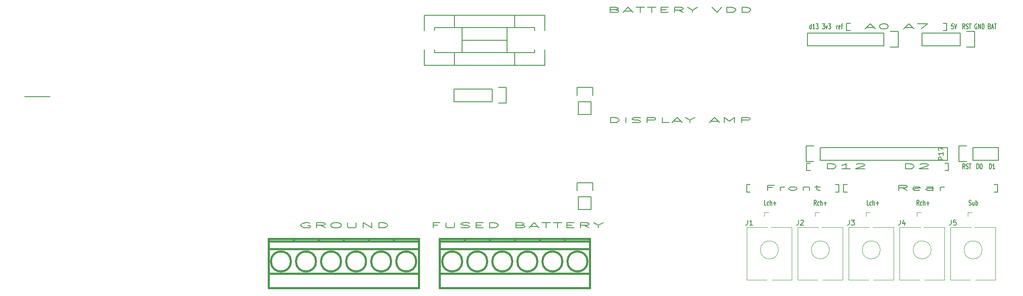
<source format=gto>
G04 #@! TF.GenerationSoftware,KiCad,Pcbnew,5.0.0-rc2*
G04 #@! TF.CreationDate,2019-08-13T00:47:33-04:00*
G04 #@! TF.ProjectId,pcb,7063622E6B696361645F706362000000,rev?*
G04 #@! TF.SameCoordinates,Original*
G04 #@! TF.FileFunction,Legend,Top*
G04 #@! TF.FilePolarity,Positive*
%FSLAX46Y46*%
G04 Gerber Fmt 4.6, Leading zero omitted, Abs format (unit mm)*
G04 Created by KiCad (PCBNEW 5.0.0-rc2) date Tue Aug 13 00:47:33 2019*
%MOMM*%
%LPD*%
G01*
G04 APERTURE LIST*
%ADD10C,0.152400*%
%ADD11C,0.120000*%
%ADD12C,0.150000*%
%ADD13C,0.381000*%
G04 APERTURE END LIST*
D10*
X203666666Y-69911238D02*
X203766666Y-69959619D01*
X203933333Y-69959619D01*
X204000000Y-69911238D01*
X204033333Y-69862857D01*
X204066666Y-69766095D01*
X204066666Y-69669333D01*
X204033333Y-69572571D01*
X204000000Y-69524190D01*
X203933333Y-69475809D01*
X203800000Y-69427428D01*
X203733333Y-69379047D01*
X203700000Y-69330666D01*
X203666666Y-69233904D01*
X203666666Y-69137142D01*
X203700000Y-69040380D01*
X203733333Y-68992000D01*
X203800000Y-68943619D01*
X203966666Y-68943619D01*
X204066666Y-68992000D01*
X204666666Y-69282285D02*
X204666666Y-69959619D01*
X204366666Y-69282285D02*
X204366666Y-69814476D01*
X204400000Y-69911238D01*
X204466666Y-69959619D01*
X204566666Y-69959619D01*
X204633333Y-69911238D01*
X204666666Y-69862857D01*
X205000000Y-69959619D02*
X205000000Y-68943619D01*
X205000000Y-69330666D02*
X205066666Y-69282285D01*
X205200000Y-69282285D01*
X205266666Y-69330666D01*
X205300000Y-69379047D01*
X205333333Y-69475809D01*
X205333333Y-69766095D01*
X205300000Y-69862857D01*
X205266666Y-69911238D01*
X205200000Y-69959619D01*
X205066666Y-69959619D01*
X205000000Y-69911238D01*
X193666666Y-69959619D02*
X193433333Y-69475809D01*
X193266666Y-69959619D02*
X193266666Y-68943619D01*
X193533333Y-68943619D01*
X193599999Y-68992000D01*
X193633333Y-69040380D01*
X193666666Y-69137142D01*
X193666666Y-69282285D01*
X193633333Y-69379047D01*
X193599999Y-69427428D01*
X193533333Y-69475809D01*
X193266666Y-69475809D01*
X194266666Y-69911238D02*
X194200000Y-69959619D01*
X194066666Y-69959619D01*
X194000000Y-69911238D01*
X193966666Y-69862857D01*
X193933333Y-69766095D01*
X193933333Y-69475809D01*
X193966666Y-69379047D01*
X194000000Y-69330666D01*
X194066666Y-69282285D01*
X194200000Y-69282285D01*
X194266666Y-69330666D01*
X194566666Y-69959619D02*
X194566666Y-68943619D01*
X194866666Y-69959619D02*
X194866666Y-69427428D01*
X194833333Y-69330666D01*
X194766666Y-69282285D01*
X194666666Y-69282285D01*
X194600000Y-69330666D01*
X194566666Y-69379047D01*
X195200000Y-69572571D02*
X195733333Y-69572571D01*
X195466666Y-69959619D02*
X195466666Y-69185523D01*
X173166666Y-69959619D02*
X172933333Y-69475809D01*
X172766666Y-69959619D02*
X172766666Y-68943619D01*
X173033333Y-68943619D01*
X173099999Y-68992000D01*
X173133333Y-69040380D01*
X173166666Y-69137142D01*
X173166666Y-69282285D01*
X173133333Y-69379047D01*
X173099999Y-69427428D01*
X173033333Y-69475809D01*
X172766666Y-69475809D01*
X173766666Y-69911238D02*
X173700000Y-69959619D01*
X173566666Y-69959619D01*
X173500000Y-69911238D01*
X173466666Y-69862857D01*
X173433333Y-69766095D01*
X173433333Y-69475809D01*
X173466666Y-69379047D01*
X173500000Y-69330666D01*
X173566666Y-69282285D01*
X173700000Y-69282285D01*
X173766666Y-69330666D01*
X174066666Y-69959619D02*
X174066666Y-68943619D01*
X174366666Y-69959619D02*
X174366666Y-69427428D01*
X174333333Y-69330666D01*
X174266666Y-69282285D01*
X174166666Y-69282285D01*
X174100000Y-69330666D01*
X174066666Y-69379047D01*
X174700000Y-69572571D02*
X175233333Y-69572571D01*
X174966666Y-69959619D02*
X174966666Y-69185523D01*
X183666666Y-69959619D02*
X183333333Y-69959619D01*
X183333333Y-68943619D01*
X184199999Y-69911238D02*
X184133333Y-69959619D01*
X183999999Y-69959619D01*
X183933333Y-69911238D01*
X183899999Y-69862857D01*
X183866666Y-69766095D01*
X183866666Y-69475809D01*
X183899999Y-69379047D01*
X183933333Y-69330666D01*
X183999999Y-69282285D01*
X184133333Y-69282285D01*
X184199999Y-69330666D01*
X184499999Y-69959619D02*
X184499999Y-68943619D01*
X184799999Y-69959619D02*
X184799999Y-69427428D01*
X184766666Y-69330666D01*
X184699999Y-69282285D01*
X184599999Y-69282285D01*
X184533333Y-69330666D01*
X184499999Y-69379047D01*
X185133333Y-69572571D02*
X185666666Y-69572571D01*
X185399999Y-69959619D02*
X185399999Y-69185523D01*
X163166666Y-69959619D02*
X162833333Y-69959619D01*
X162833333Y-68943619D01*
X163699999Y-69911238D02*
X163633333Y-69959619D01*
X163499999Y-69959619D01*
X163433333Y-69911238D01*
X163399999Y-69862857D01*
X163366666Y-69766095D01*
X163366666Y-69475809D01*
X163399999Y-69379047D01*
X163433333Y-69330666D01*
X163499999Y-69282285D01*
X163633333Y-69282285D01*
X163699999Y-69330666D01*
X163999999Y-69959619D02*
X163999999Y-68943619D01*
X164299999Y-69959619D02*
X164299999Y-69427428D01*
X164266666Y-69330666D01*
X164199999Y-69282285D01*
X164099999Y-69282285D01*
X164033333Y-69330666D01*
X163999999Y-69379047D01*
X164633333Y-69572571D02*
X165166666Y-69572571D01*
X164899999Y-69959619D02*
X164899999Y-69185523D01*
X179357142Y-67298285D02*
X178642857Y-67298285D01*
X178642857Y-65846857D01*
X179357142Y-65846857D01*
X191357142Y-66959619D02*
X190357142Y-66475809D01*
X189642857Y-66959619D02*
X189642857Y-65943619D01*
X190785714Y-65943619D01*
X191071428Y-65992000D01*
X191214285Y-66040380D01*
X191357142Y-66137142D01*
X191357142Y-66282285D01*
X191214285Y-66379047D01*
X191071428Y-66427428D01*
X190785714Y-66475809D01*
X189642857Y-66475809D01*
X193785714Y-66911238D02*
X193500000Y-66959619D01*
X192928571Y-66959619D01*
X192642857Y-66911238D01*
X192500000Y-66814476D01*
X192500000Y-66427428D01*
X192642857Y-66330666D01*
X192928571Y-66282285D01*
X193500000Y-66282285D01*
X193785714Y-66330666D01*
X193928571Y-66427428D01*
X193928571Y-66524190D01*
X192500000Y-66620952D01*
X196500000Y-66959619D02*
X196500000Y-66427428D01*
X196357142Y-66330666D01*
X196071428Y-66282285D01*
X195500000Y-66282285D01*
X195214285Y-66330666D01*
X196500000Y-66911238D02*
X196214285Y-66959619D01*
X195500000Y-66959619D01*
X195214285Y-66911238D01*
X195071428Y-66814476D01*
X195071428Y-66717714D01*
X195214285Y-66620952D01*
X195500000Y-66572571D01*
X196214285Y-66572571D01*
X196500000Y-66524190D01*
X197928571Y-66959619D02*
X197928571Y-66282285D01*
X197928571Y-66475809D02*
X198071428Y-66379047D01*
X198214285Y-66330666D01*
X198500000Y-66282285D01*
X198785714Y-66282285D01*
X208642857Y-67298285D02*
X209357142Y-67298285D01*
X209357142Y-65846857D01*
X208642857Y-65846857D01*
X160000000Y-67298285D02*
X159285714Y-67298285D01*
X159285714Y-65846857D01*
X160000000Y-65846857D01*
X164428571Y-66427428D02*
X163428571Y-66427428D01*
X163428571Y-66959619D02*
X163428571Y-65943619D01*
X164857142Y-65943619D01*
X166000000Y-66959619D02*
X166000000Y-66282285D01*
X166000000Y-66475809D02*
X166142857Y-66379047D01*
X166285714Y-66330666D01*
X166571428Y-66282285D01*
X166857142Y-66282285D01*
X168285714Y-66959619D02*
X168000000Y-66911238D01*
X167857142Y-66862857D01*
X167714285Y-66766095D01*
X167714285Y-66475809D01*
X167857142Y-66379047D01*
X168000000Y-66330666D01*
X168285714Y-66282285D01*
X168714285Y-66282285D01*
X169000000Y-66330666D01*
X169142857Y-66379047D01*
X169285714Y-66475809D01*
X169285714Y-66766095D01*
X169142857Y-66862857D01*
X169000000Y-66911238D01*
X168714285Y-66959619D01*
X168285714Y-66959619D01*
X170571428Y-66282285D02*
X170571428Y-66959619D01*
X170571428Y-66379047D02*
X170714285Y-66330666D01*
X171000000Y-66282285D01*
X171428571Y-66282285D01*
X171714285Y-66330666D01*
X171857142Y-66427428D01*
X171857142Y-66959619D01*
X172857142Y-66282285D02*
X174000000Y-66282285D01*
X173285714Y-65943619D02*
X173285714Y-66814476D01*
X173428571Y-66911238D01*
X173714285Y-66959619D01*
X174000000Y-66959619D01*
X177000000Y-67298285D02*
X177714285Y-67298285D01*
X177714285Y-65846857D01*
X177000000Y-65846857D01*
X132142857Y-53459619D02*
X132142857Y-52443619D01*
X132857142Y-52443619D01*
X133285714Y-52492000D01*
X133571428Y-52588761D01*
X133714285Y-52685523D01*
X133857142Y-52879047D01*
X133857142Y-53024190D01*
X133714285Y-53217714D01*
X133571428Y-53314476D01*
X133285714Y-53411238D01*
X132857142Y-53459619D01*
X132142857Y-53459619D01*
X135142857Y-53459619D02*
X135142857Y-52443619D01*
X136428571Y-53411238D02*
X136857142Y-53459619D01*
X137571428Y-53459619D01*
X137857142Y-53411238D01*
X138000000Y-53362857D01*
X138142857Y-53266095D01*
X138142857Y-53169333D01*
X138000000Y-53072571D01*
X137857142Y-53024190D01*
X137571428Y-52975809D01*
X137000000Y-52927428D01*
X136714285Y-52879047D01*
X136571428Y-52830666D01*
X136428571Y-52733904D01*
X136428571Y-52637142D01*
X136571428Y-52540380D01*
X136714285Y-52492000D01*
X137000000Y-52443619D01*
X137714285Y-52443619D01*
X138142857Y-52492000D01*
X139428571Y-53459619D02*
X139428571Y-52443619D01*
X140571428Y-52443619D01*
X140857142Y-52492000D01*
X141000000Y-52540380D01*
X141142857Y-52637142D01*
X141142857Y-52782285D01*
X141000000Y-52879047D01*
X140857142Y-52927428D01*
X140571428Y-52975809D01*
X139428571Y-52975809D01*
X143857142Y-53459619D02*
X142428571Y-53459619D01*
X142428571Y-52443619D01*
X144714285Y-53169333D02*
X146142857Y-53169333D01*
X144428571Y-53459619D02*
X145428571Y-52443619D01*
X146428571Y-53459619D01*
X148000000Y-52975809D02*
X148000000Y-53459619D01*
X147000000Y-52443619D02*
X148000000Y-52975809D01*
X149000000Y-52443619D01*
X152142857Y-53169333D02*
X153571428Y-53169333D01*
X151857142Y-53459619D02*
X152857142Y-52443619D01*
X153857142Y-53459619D01*
X154857142Y-53459619D02*
X154857142Y-52443619D01*
X155857142Y-53169333D01*
X156857142Y-52443619D01*
X156857142Y-53459619D01*
X158285714Y-53459619D02*
X158285714Y-52443619D01*
X159428571Y-52443619D01*
X159714285Y-52492000D01*
X159857142Y-52540380D01*
X160000000Y-52637142D01*
X160000000Y-52782285D01*
X159857142Y-52879047D01*
X159714285Y-52927428D01*
X159428571Y-52975809D01*
X158285714Y-52975809D01*
X133071428Y-30927428D02*
X133500000Y-30975809D01*
X133642857Y-31024190D01*
X133785714Y-31120952D01*
X133785714Y-31266095D01*
X133642857Y-31362857D01*
X133500000Y-31411238D01*
X133214285Y-31459619D01*
X132071428Y-31459619D01*
X132071428Y-30443619D01*
X133071428Y-30443619D01*
X133357142Y-30492000D01*
X133500000Y-30540380D01*
X133642857Y-30637142D01*
X133642857Y-30733904D01*
X133500000Y-30830666D01*
X133357142Y-30879047D01*
X133071428Y-30927428D01*
X132071428Y-30927428D01*
X134928571Y-31169333D02*
X136357142Y-31169333D01*
X134642857Y-31459619D02*
X135642857Y-30443619D01*
X136642857Y-31459619D01*
X137214285Y-30443619D02*
X138928571Y-30443619D01*
X138071428Y-31459619D02*
X138071428Y-30443619D01*
X139500000Y-30443619D02*
X141214285Y-30443619D01*
X140357142Y-31459619D02*
X140357142Y-30443619D01*
X142214285Y-30927428D02*
X143214285Y-30927428D01*
X143642857Y-31459619D02*
X142214285Y-31459619D01*
X142214285Y-30443619D01*
X143642857Y-30443619D01*
X146642857Y-31459619D02*
X145642857Y-30975809D01*
X144928571Y-31459619D02*
X144928571Y-30443619D01*
X146071428Y-30443619D01*
X146357142Y-30492000D01*
X146500000Y-30540380D01*
X146642857Y-30637142D01*
X146642857Y-30782285D01*
X146500000Y-30879047D01*
X146357142Y-30927428D01*
X146071428Y-30975809D01*
X144928571Y-30975809D01*
X148500000Y-30975809D02*
X148500000Y-31459619D01*
X147500000Y-30443619D02*
X148500000Y-30975809D01*
X149500000Y-30443619D01*
X152357142Y-30443619D02*
X153357142Y-31459619D01*
X154357142Y-30443619D01*
X155357142Y-31459619D02*
X155357142Y-30443619D01*
X156071428Y-30443619D01*
X156500000Y-30492000D01*
X156785714Y-30588761D01*
X156928571Y-30685523D01*
X157071428Y-30879047D01*
X157071428Y-31024190D01*
X156928571Y-31217714D01*
X156785714Y-31314476D01*
X156500000Y-31411238D01*
X156071428Y-31459619D01*
X155357142Y-31459619D01*
X158357142Y-31459619D02*
X158357142Y-30443619D01*
X159071428Y-30443619D01*
X159500000Y-30492000D01*
X159785714Y-30588761D01*
X159928571Y-30685523D01*
X160071428Y-30879047D01*
X160071428Y-31024190D01*
X159928571Y-31217714D01*
X159785714Y-31314476D01*
X159500000Y-31411238D01*
X159071428Y-31459619D01*
X158357142Y-31459619D01*
X97714285Y-73927428D02*
X96714285Y-73927428D01*
X96714285Y-74459619D02*
X96714285Y-73443619D01*
X98142857Y-73443619D01*
X99285714Y-73443619D02*
X99285714Y-74266095D01*
X99428571Y-74362857D01*
X99571428Y-74411238D01*
X99857142Y-74459619D01*
X100428571Y-74459619D01*
X100714285Y-74411238D01*
X100857142Y-74362857D01*
X101000000Y-74266095D01*
X101000000Y-73443619D01*
X102285714Y-74411238D02*
X102714285Y-74459619D01*
X103428571Y-74459619D01*
X103714285Y-74411238D01*
X103857142Y-74362857D01*
X103999999Y-74266095D01*
X103999999Y-74169333D01*
X103857142Y-74072571D01*
X103714285Y-74024190D01*
X103428571Y-73975809D01*
X102857142Y-73927428D01*
X102571428Y-73879047D01*
X102428571Y-73830666D01*
X102285714Y-73733904D01*
X102285714Y-73637142D01*
X102428571Y-73540380D01*
X102571428Y-73492000D01*
X102857142Y-73443619D01*
X103571428Y-73443619D01*
X103999999Y-73492000D01*
X105285714Y-73927428D02*
X106285714Y-73927428D01*
X106714285Y-74459619D02*
X105285714Y-74459619D01*
X105285714Y-73443619D01*
X106714285Y-73443619D01*
X108000000Y-74459619D02*
X108000000Y-73443619D01*
X108714285Y-73443619D01*
X109142857Y-73492000D01*
X109428571Y-73588761D01*
X109571428Y-73685523D01*
X109714285Y-73879047D01*
X109714285Y-74024190D01*
X109571428Y-74217714D01*
X109428571Y-74314476D01*
X109142857Y-74411238D01*
X108714285Y-74459619D01*
X108000000Y-74459619D01*
X114285714Y-73927428D02*
X114714285Y-73975809D01*
X114857142Y-74024190D01*
X115000000Y-74120952D01*
X115000000Y-74266095D01*
X114857142Y-74362857D01*
X114714285Y-74411238D01*
X114428571Y-74459619D01*
X113285714Y-74459619D01*
X113285714Y-73443619D01*
X114285714Y-73443619D01*
X114571428Y-73492000D01*
X114714285Y-73540380D01*
X114857142Y-73637142D01*
X114857142Y-73733904D01*
X114714285Y-73830666D01*
X114571428Y-73879047D01*
X114285714Y-73927428D01*
X113285714Y-73927428D01*
X116142857Y-74169333D02*
X117571428Y-74169333D01*
X115857142Y-74459619D02*
X116857142Y-73443619D01*
X117857142Y-74459619D01*
X118428571Y-73443619D02*
X120142857Y-73443619D01*
X119285714Y-74459619D02*
X119285714Y-73443619D01*
X120714285Y-73443619D02*
X122428571Y-73443619D01*
X121571428Y-74459619D02*
X121571428Y-73443619D01*
X123428571Y-73927428D02*
X124428571Y-73927428D01*
X124857142Y-74459619D02*
X123428571Y-74459619D01*
X123428571Y-73443619D01*
X124857142Y-73443619D01*
X127857142Y-74459619D02*
X126857142Y-73975809D01*
X126142857Y-74459619D02*
X126142857Y-73443619D01*
X127285714Y-73443619D01*
X127571428Y-73492000D01*
X127714285Y-73540380D01*
X127857142Y-73637142D01*
X127857142Y-73782285D01*
X127714285Y-73879047D01*
X127571428Y-73927428D01*
X127285714Y-73975809D01*
X126142857Y-73975809D01*
X129714285Y-73975809D02*
X129714285Y-74459619D01*
X128714285Y-73443619D02*
X129714285Y-73975809D01*
X130714285Y-73443619D01*
X72071428Y-73492000D02*
X71785714Y-73443619D01*
X71357142Y-73443619D01*
X70928571Y-73492000D01*
X70642857Y-73588761D01*
X70499999Y-73685523D01*
X70357142Y-73879047D01*
X70357142Y-74024190D01*
X70499999Y-74217714D01*
X70642857Y-74314476D01*
X70928571Y-74411238D01*
X71357142Y-74459619D01*
X71642857Y-74459619D01*
X72071428Y-74411238D01*
X72214285Y-74362857D01*
X72214285Y-74024190D01*
X71642857Y-74024190D01*
X75214285Y-74459619D02*
X74214285Y-73975809D01*
X73499999Y-74459619D02*
X73499999Y-73443619D01*
X74642857Y-73443619D01*
X74928571Y-73492000D01*
X75071428Y-73540380D01*
X75214285Y-73637142D01*
X75214285Y-73782285D01*
X75071428Y-73879047D01*
X74928571Y-73927428D01*
X74642857Y-73975809D01*
X73499999Y-73975809D01*
X77071428Y-73443619D02*
X77642857Y-73443619D01*
X77928571Y-73492000D01*
X78214285Y-73588761D01*
X78357142Y-73782285D01*
X78357142Y-74120952D01*
X78214285Y-74314476D01*
X77928571Y-74411238D01*
X77642857Y-74459619D01*
X77071428Y-74459619D01*
X76785714Y-74411238D01*
X76499999Y-74314476D01*
X76357142Y-74120952D01*
X76357142Y-73782285D01*
X76499999Y-73588761D01*
X76785714Y-73492000D01*
X77071428Y-73443619D01*
X79642857Y-73443619D02*
X79642857Y-74266095D01*
X79785714Y-74362857D01*
X79928571Y-74411238D01*
X80214285Y-74459619D01*
X80785714Y-74459619D01*
X81071428Y-74411238D01*
X81214285Y-74362857D01*
X81357142Y-74266095D01*
X81357142Y-73443619D01*
X82785714Y-74459619D02*
X82785714Y-73443619D01*
X84499999Y-74459619D01*
X84499999Y-73443619D01*
X85928571Y-74459619D02*
X85928571Y-73443619D01*
X86642857Y-73443619D01*
X87071428Y-73492000D01*
X87357142Y-73588761D01*
X87499999Y-73685523D01*
X87642857Y-73879047D01*
X87642857Y-74024190D01*
X87499999Y-74217714D01*
X87357142Y-74314476D01*
X87071428Y-74411238D01*
X86642857Y-74459619D01*
X85928571Y-74459619D01*
X207763333Y-62689619D02*
X207763333Y-61673619D01*
X207929999Y-61673619D01*
X208029999Y-61722000D01*
X208096666Y-61818761D01*
X208129999Y-61915523D01*
X208163333Y-62109047D01*
X208163333Y-62254190D01*
X208129999Y-62447714D01*
X208096666Y-62544476D01*
X208029999Y-62641238D01*
X207929999Y-62689619D01*
X207763333Y-62689619D01*
X208829999Y-62689619D02*
X208429999Y-62689619D01*
X208629999Y-62689619D02*
X208629999Y-61673619D01*
X208563333Y-61818761D01*
X208496666Y-61915523D01*
X208429999Y-61963904D01*
X205223333Y-62689619D02*
X205223333Y-61673619D01*
X205389999Y-61673619D01*
X205489999Y-61722000D01*
X205556666Y-61818761D01*
X205589999Y-61915523D01*
X205623333Y-62109047D01*
X205623333Y-62254190D01*
X205589999Y-62447714D01*
X205556666Y-62544476D01*
X205489999Y-62641238D01*
X205389999Y-62689619D01*
X205223333Y-62689619D01*
X206056666Y-61673619D02*
X206123333Y-61673619D01*
X206189999Y-61722000D01*
X206223333Y-61770380D01*
X206256666Y-61867142D01*
X206289999Y-62060666D01*
X206289999Y-62302571D01*
X206256666Y-62496095D01*
X206223333Y-62592857D01*
X206189999Y-62641238D01*
X206123333Y-62689619D01*
X206056666Y-62689619D01*
X205989999Y-62641238D01*
X205956666Y-62592857D01*
X205923333Y-62496095D01*
X205889999Y-62302571D01*
X205889999Y-62060666D01*
X205923333Y-61867142D01*
X205956666Y-61770380D01*
X205989999Y-61722000D01*
X206056666Y-61673619D01*
X202816666Y-62689619D02*
X202583333Y-62205809D01*
X202416666Y-62689619D02*
X202416666Y-61673619D01*
X202683333Y-61673619D01*
X202749999Y-61722000D01*
X202783333Y-61770380D01*
X202816666Y-61867142D01*
X202816666Y-62012285D01*
X202783333Y-62109047D01*
X202749999Y-62157428D01*
X202683333Y-62205809D01*
X202416666Y-62205809D01*
X203083333Y-62641238D02*
X203183333Y-62689619D01*
X203350000Y-62689619D01*
X203416666Y-62641238D01*
X203450000Y-62592857D01*
X203483333Y-62496095D01*
X203483333Y-62399333D01*
X203450000Y-62302571D01*
X203416666Y-62254190D01*
X203350000Y-62205809D01*
X203216666Y-62157428D01*
X203150000Y-62109047D01*
X203116666Y-62060666D01*
X203083333Y-61963904D01*
X203083333Y-61867142D01*
X203116666Y-61770380D01*
X203150000Y-61722000D01*
X203216666Y-61673619D01*
X203383333Y-61673619D01*
X203483333Y-61722000D01*
X203683333Y-61673619D02*
X204083333Y-61673619D01*
X203883333Y-62689619D02*
X203883333Y-61673619D01*
X202816666Y-34749619D02*
X202583333Y-34265809D01*
X202416666Y-34749619D02*
X202416666Y-33733619D01*
X202683333Y-33733619D01*
X202749999Y-33782000D01*
X202783333Y-33830380D01*
X202816666Y-33927142D01*
X202816666Y-34072285D01*
X202783333Y-34169047D01*
X202749999Y-34217428D01*
X202683333Y-34265809D01*
X202416666Y-34265809D01*
X203083333Y-34701238D02*
X203183333Y-34749619D01*
X203350000Y-34749619D01*
X203416666Y-34701238D01*
X203450000Y-34652857D01*
X203483333Y-34556095D01*
X203483333Y-34459333D01*
X203450000Y-34362571D01*
X203416666Y-34314190D01*
X203350000Y-34265809D01*
X203216666Y-34217428D01*
X203150000Y-34169047D01*
X203116666Y-34120666D01*
X203083333Y-34023904D01*
X203083333Y-33927142D01*
X203116666Y-33830380D01*
X203150000Y-33782000D01*
X203216666Y-33733619D01*
X203383333Y-33733619D01*
X203483333Y-33782000D01*
X203683333Y-33733619D02*
X204083333Y-33733619D01*
X203883333Y-34749619D02*
X203883333Y-33733619D01*
X200526666Y-33733619D02*
X200193333Y-33733619D01*
X200159999Y-34217428D01*
X200193333Y-34169047D01*
X200259999Y-34120666D01*
X200426666Y-34120666D01*
X200493333Y-34169047D01*
X200526666Y-34217428D01*
X200559999Y-34314190D01*
X200559999Y-34556095D01*
X200526666Y-34652857D01*
X200493333Y-34701238D01*
X200426666Y-34749619D01*
X200259999Y-34749619D01*
X200193333Y-34701238D01*
X200159999Y-34652857D01*
X200759999Y-33733619D02*
X200993333Y-34749619D01*
X201226666Y-33733619D01*
X172203333Y-34749619D02*
X172203333Y-33733619D01*
X172203333Y-34701238D02*
X172136666Y-34749619D01*
X172003333Y-34749619D01*
X171936666Y-34701238D01*
X171903333Y-34652857D01*
X171869999Y-34556095D01*
X171869999Y-34265809D01*
X171903333Y-34169047D01*
X171936666Y-34120666D01*
X172003333Y-34072285D01*
X172136666Y-34072285D01*
X172203333Y-34120666D01*
X172903333Y-34749619D02*
X172503333Y-34749619D01*
X172703333Y-34749619D02*
X172703333Y-33733619D01*
X172636666Y-33878761D01*
X172569999Y-33975523D01*
X172503333Y-34023904D01*
X173136666Y-33733619D02*
X173569999Y-33733619D01*
X173336666Y-34120666D01*
X173436666Y-34120666D01*
X173503333Y-34169047D01*
X173536666Y-34217428D01*
X173569999Y-34314190D01*
X173569999Y-34556095D01*
X173536666Y-34652857D01*
X173503333Y-34701238D01*
X173436666Y-34749619D01*
X173236666Y-34749619D01*
X173169999Y-34701238D01*
X173136666Y-34652857D01*
X177250000Y-34749619D02*
X177250000Y-34072285D01*
X177250000Y-34265809D02*
X177283333Y-34169047D01*
X177316666Y-34120666D01*
X177383333Y-34072285D01*
X177450000Y-34072285D01*
X177950000Y-34701238D02*
X177883333Y-34749619D01*
X177750000Y-34749619D01*
X177683333Y-34701238D01*
X177650000Y-34604476D01*
X177650000Y-34217428D01*
X177683333Y-34120666D01*
X177750000Y-34072285D01*
X177883333Y-34072285D01*
X177950000Y-34120666D01*
X177983333Y-34217428D01*
X177983333Y-34314190D01*
X177650000Y-34410952D01*
X178183333Y-34072285D02*
X178450000Y-34072285D01*
X178283333Y-34749619D02*
X178283333Y-33878761D01*
X178316666Y-33782000D01*
X178383333Y-33733619D01*
X178450000Y-33733619D01*
X207763333Y-34217428D02*
X207863333Y-34265809D01*
X207896666Y-34314190D01*
X207930000Y-34410952D01*
X207930000Y-34556095D01*
X207896666Y-34652857D01*
X207863333Y-34701238D01*
X207796666Y-34749619D01*
X207530000Y-34749619D01*
X207530000Y-33733619D01*
X207763333Y-33733619D01*
X207830000Y-33782000D01*
X207863333Y-33830380D01*
X207896666Y-33927142D01*
X207896666Y-34023904D01*
X207863333Y-34120666D01*
X207830000Y-34169047D01*
X207763333Y-34217428D01*
X207530000Y-34217428D01*
X208196666Y-34459333D02*
X208530000Y-34459333D01*
X208130000Y-34749619D02*
X208363333Y-33733619D01*
X208596666Y-34749619D01*
X208730000Y-33733619D02*
X209130000Y-33733619D01*
X208930000Y-34749619D02*
X208930000Y-33733619D01*
X205206666Y-33782000D02*
X205140000Y-33733619D01*
X205040000Y-33733619D01*
X204940000Y-33782000D01*
X204873333Y-33878761D01*
X204840000Y-33975523D01*
X204806666Y-34169047D01*
X204806666Y-34314190D01*
X204840000Y-34507714D01*
X204873333Y-34604476D01*
X204940000Y-34701238D01*
X205040000Y-34749619D01*
X205106666Y-34749619D01*
X205206666Y-34701238D01*
X205240000Y-34652857D01*
X205240000Y-34314190D01*
X205106666Y-34314190D01*
X205540000Y-34749619D02*
X205540000Y-33733619D01*
X205940000Y-34749619D01*
X205940000Y-33733619D01*
X206273333Y-34749619D02*
X206273333Y-33733619D01*
X206440000Y-33733619D01*
X206540000Y-33782000D01*
X206606666Y-33878761D01*
X206640000Y-33975523D01*
X206673333Y-34169047D01*
X206673333Y-34314190D01*
X206640000Y-34507714D01*
X206606666Y-34604476D01*
X206540000Y-34701238D01*
X206440000Y-34749619D01*
X206273333Y-34749619D01*
X174426666Y-33733619D02*
X174859999Y-33733619D01*
X174626666Y-34120666D01*
X174726666Y-34120666D01*
X174793333Y-34169047D01*
X174826666Y-34217428D01*
X174859999Y-34314190D01*
X174859999Y-34556095D01*
X174826666Y-34652857D01*
X174793333Y-34701238D01*
X174726666Y-34749619D01*
X174526666Y-34749619D01*
X174459999Y-34701238D01*
X174426666Y-34652857D01*
X175093333Y-34072285D02*
X175259999Y-34749619D01*
X175426666Y-34072285D01*
X175626666Y-33733619D02*
X176059999Y-33733619D01*
X175826666Y-34120666D01*
X175926666Y-34120666D01*
X175993333Y-34169047D01*
X176026666Y-34217428D01*
X176059999Y-34314190D01*
X176059999Y-34556095D01*
X176026666Y-34652857D01*
X175993333Y-34701238D01*
X175926666Y-34749619D01*
X175726666Y-34749619D01*
X175659999Y-34701238D01*
X175626666Y-34652857D01*
X179944285Y-35088285D02*
X179229999Y-35088285D01*
X179229999Y-33636857D01*
X179944285Y-33636857D01*
X183229999Y-34459333D02*
X184658571Y-34459333D01*
X182944285Y-34749619D02*
X183944285Y-33733619D01*
X184944285Y-34749619D01*
X186515714Y-33733619D02*
X186801428Y-33733619D01*
X187087142Y-33782000D01*
X187229999Y-33830380D01*
X187372857Y-33927142D01*
X187515714Y-34120666D01*
X187515714Y-34362571D01*
X187372857Y-34556095D01*
X187229999Y-34652857D01*
X187087142Y-34701238D01*
X186801428Y-34749619D01*
X186515714Y-34749619D01*
X186229999Y-34701238D01*
X186087142Y-34652857D01*
X185944285Y-34556095D01*
X185801428Y-34362571D01*
X185801428Y-34120666D01*
X185944285Y-33927142D01*
X186087142Y-33830380D01*
X186229999Y-33782000D01*
X186515714Y-33733619D01*
X190944285Y-34459333D02*
X192372857Y-34459333D01*
X190658571Y-34749619D02*
X191658571Y-33733619D01*
X192658571Y-34749619D01*
X193372857Y-33733619D02*
X195372857Y-33733619D01*
X194087142Y-34749619D01*
X198515714Y-35088285D02*
X199229999Y-35088285D01*
X199229999Y-33636857D01*
X198515714Y-33636857D01*
X171991428Y-63028285D02*
X171277142Y-63028285D01*
X171277142Y-61576857D01*
X171991428Y-61576857D01*
X175419999Y-62689619D02*
X175419999Y-61673619D01*
X176134285Y-61673619D01*
X176562857Y-61722000D01*
X176848571Y-61818761D01*
X176991428Y-61915523D01*
X177134285Y-62109047D01*
X177134285Y-62254190D01*
X176991428Y-62447714D01*
X176848571Y-62544476D01*
X176562857Y-62641238D01*
X176134285Y-62689619D01*
X175419999Y-62689619D01*
X179991428Y-62689619D02*
X178277142Y-62689619D01*
X179134285Y-62689619D02*
X179134285Y-61673619D01*
X178848571Y-61818761D01*
X178562857Y-61915523D01*
X178277142Y-61963904D01*
X181134285Y-61770380D02*
X181277142Y-61722000D01*
X181562857Y-61673619D01*
X182277142Y-61673619D01*
X182562857Y-61722000D01*
X182705714Y-61770380D01*
X182848571Y-61867142D01*
X182848571Y-61963904D01*
X182705714Y-62109047D01*
X180991428Y-62689619D01*
X182848571Y-62689619D01*
X190991428Y-62689619D02*
X190991428Y-61673619D01*
X191705714Y-61673619D01*
X192134285Y-61722000D01*
X192420000Y-61818761D01*
X192562857Y-61915523D01*
X192705714Y-62109047D01*
X192705714Y-62254190D01*
X192562857Y-62447714D01*
X192420000Y-62544476D01*
X192134285Y-62641238D01*
X191705714Y-62689619D01*
X190991428Y-62689619D01*
X193848571Y-61770380D02*
X193991428Y-61722000D01*
X194277142Y-61673619D01*
X194991428Y-61673619D01*
X195277142Y-61722000D01*
X195420000Y-61770380D01*
X195562857Y-61867142D01*
X195562857Y-61963904D01*
X195420000Y-62109047D01*
X193705714Y-62689619D01*
X195562857Y-62689619D01*
X198848571Y-63028285D02*
X199562857Y-63028285D01*
X199562857Y-61576857D01*
X198848571Y-61576857D01*
X20320000Y-48260000D02*
X15240000Y-48260000D01*
D11*
G04 #@! TO.C,J1*
X159330000Y-74370000D02*
X159330000Y-84870000D01*
X168330000Y-74370000D02*
X168330000Y-84870000D01*
X168330000Y-84870000D02*
X164330000Y-84870000D01*
X163330000Y-84870000D02*
X159330000Y-84870000D01*
X168330000Y-74370000D02*
X164180000Y-74370000D01*
X163480000Y-74370000D02*
X159330000Y-74370000D01*
X165630000Y-78870000D02*
G75*
G03X165630000Y-78870000I-1800000J0D01*
G01*
X162770000Y-71390000D02*
X162770000Y-72190000D01*
X162770000Y-71390000D02*
X163630000Y-71390000D01*
G04 #@! TO.C,J2*
X172930000Y-71390000D02*
X173790000Y-71390000D01*
X172930000Y-71390000D02*
X172930000Y-72190000D01*
X175790000Y-78870000D02*
G75*
G03X175790000Y-78870000I-1800000J0D01*
G01*
X173640000Y-74370000D02*
X169490000Y-74370000D01*
X178490000Y-74370000D02*
X174340000Y-74370000D01*
X173490000Y-84870000D02*
X169490000Y-84870000D01*
X178490000Y-84870000D02*
X174490000Y-84870000D01*
X178490000Y-74370000D02*
X178490000Y-84870000D01*
X169490000Y-74370000D02*
X169490000Y-84870000D01*
G04 #@! TO.C,J3*
X183090000Y-71390000D02*
X183950000Y-71390000D01*
X183090000Y-71390000D02*
X183090000Y-72190000D01*
X185950000Y-78870000D02*
G75*
G03X185950000Y-78870000I-1800000J0D01*
G01*
X183800000Y-74370000D02*
X179650000Y-74370000D01*
X188650000Y-74370000D02*
X184500000Y-74370000D01*
X183650000Y-84870000D02*
X179650000Y-84870000D01*
X188650000Y-84870000D02*
X184650000Y-84870000D01*
X188650000Y-74370000D02*
X188650000Y-84870000D01*
X179650000Y-74370000D02*
X179650000Y-84870000D01*
G04 #@! TO.C,J4*
X189810000Y-74370000D02*
X189810000Y-84870000D01*
X198810000Y-74370000D02*
X198810000Y-84870000D01*
X198810000Y-84870000D02*
X194810000Y-84870000D01*
X193810000Y-84870000D02*
X189810000Y-84870000D01*
X198810000Y-74370000D02*
X194660000Y-74370000D01*
X193960000Y-74370000D02*
X189810000Y-74370000D01*
X196110000Y-78870000D02*
G75*
G03X196110000Y-78870000I-1800000J0D01*
G01*
X193250000Y-71390000D02*
X193250000Y-72190000D01*
X193250000Y-71390000D02*
X194110000Y-71390000D01*
G04 #@! TO.C,J5*
X199970000Y-74370000D02*
X199970000Y-84870000D01*
X208970000Y-74370000D02*
X208970000Y-84870000D01*
X208970000Y-84870000D02*
X204970000Y-84870000D01*
X203970000Y-84870000D02*
X199970000Y-84870000D01*
X208970000Y-74370000D02*
X204820000Y-74370000D01*
X204120000Y-74370000D02*
X199970000Y-74370000D01*
X206270000Y-78870000D02*
G75*
G03X206270000Y-78870000I-1800000J0D01*
G01*
X203410000Y-71390000D02*
X203410000Y-72190000D01*
X203410000Y-71390000D02*
X204270000Y-71390000D01*
D12*
G04 #@! TO.C,F1*
X101000520Y-34500640D02*
X101000520Y-31998740D01*
X101000520Y-42001260D02*
X101000520Y-39499360D01*
X112999480Y-42001260D02*
X112999480Y-39499360D01*
X112999480Y-31998740D02*
X112999480Y-34500640D01*
X102499120Y-37000000D02*
X111500880Y-37000000D01*
X102499120Y-34500640D02*
X102499120Y-39499360D01*
X111500880Y-34500640D02*
X111500880Y-39499360D01*
X116999980Y-35100080D02*
X116999980Y-34500640D01*
X97000020Y-38899920D02*
X97000020Y-39499360D01*
X97000020Y-39499360D02*
X116999980Y-39499360D01*
X116999980Y-39499360D02*
X116999980Y-38899920D01*
X116999980Y-34500640D02*
X97000020Y-34500640D01*
X97000020Y-34500640D02*
X97000020Y-35100080D01*
X118998960Y-35100080D02*
X118998960Y-31998740D01*
X95001040Y-38899920D02*
X95001040Y-42001260D01*
X95001040Y-42001260D02*
X118998960Y-42001260D01*
X118998960Y-42001260D02*
X118998960Y-38899920D01*
X118998960Y-31998740D02*
X95001040Y-31998740D01*
X95001040Y-31998740D02*
X95001040Y-35100080D01*
G04 #@! TO.C,P13*
X125730000Y-51810000D02*
X128270000Y-51810000D01*
X125730000Y-49270000D02*
X125730000Y-51810000D01*
X125450000Y-46450000D02*
X128550000Y-46450000D01*
X125450000Y-48000000D02*
X125450000Y-46450000D01*
X128270000Y-49270000D02*
X125730000Y-49270000D01*
X128550000Y-46450000D02*
X128550000Y-48000000D01*
X128270000Y-49270000D02*
X128270000Y-51810000D01*
G04 #@! TO.C,P14*
X128270000Y-68270000D02*
X128270000Y-70810000D01*
X128550000Y-65450000D02*
X128550000Y-67000000D01*
X128270000Y-68270000D02*
X125730000Y-68270000D01*
X125450000Y-67000000D02*
X125450000Y-65450000D01*
X125450000Y-65450000D02*
X128550000Y-65450000D01*
X125730000Y-68270000D02*
X125730000Y-70810000D01*
X125730000Y-70810000D02*
X128270000Y-70810000D01*
D13*
G04 #@! TO.C,P15*
X128030000Y-86480000D02*
X128030000Y-76680000D01*
X98030000Y-86480000D02*
X128030000Y-86480000D01*
X98030000Y-76680000D02*
X98030000Y-86480000D01*
X128030000Y-76680000D02*
X98030000Y-76680000D01*
X128030000Y-77180000D02*
X98030000Y-77180000D01*
X128030000Y-83580000D02*
X98030000Y-83580000D01*
X128030000Y-78680000D02*
X98030000Y-78680000D01*
X127530000Y-81180000D02*
G75*
G03X127530000Y-81180000I-2000000J0D01*
G01*
X122530000Y-81180000D02*
G75*
G03X122530000Y-81180000I-2000000J0D01*
G01*
X123030000Y-77180000D02*
X123030000Y-76680000D01*
X118030000Y-77180000D02*
X118030000Y-76680000D01*
X117530000Y-81180000D02*
G75*
G03X117530000Y-81180000I-2000000J0D01*
G01*
X112530000Y-81180000D02*
G75*
G03X112530000Y-81180000I-2000000J0D01*
G01*
X113030000Y-77180000D02*
X113030000Y-76680000D01*
X107530000Y-81180000D02*
G75*
G03X107530000Y-81180000I-2000000J0D01*
G01*
X108030000Y-77180000D02*
X108030000Y-76680000D01*
X103030000Y-77180000D02*
X103030000Y-76680000D01*
X102530000Y-81180000D02*
G75*
G03X102530000Y-81180000I-2000000J0D01*
G01*
G04 #@! TO.C,P16*
X68360000Y-81180000D02*
G75*
G03X68360000Y-81180000I-2000000J0D01*
G01*
X68860000Y-77180000D02*
X68860000Y-76680000D01*
X73860000Y-77180000D02*
X73860000Y-76680000D01*
X73360000Y-81180000D02*
G75*
G03X73360000Y-81180000I-2000000J0D01*
G01*
X78860000Y-77180000D02*
X78860000Y-76680000D01*
X78360000Y-81180000D02*
G75*
G03X78360000Y-81180000I-2000000J0D01*
G01*
X83360000Y-81180000D02*
G75*
G03X83360000Y-81180000I-2000000J0D01*
G01*
X83860000Y-77180000D02*
X83860000Y-76680000D01*
X88860000Y-77180000D02*
X88860000Y-76680000D01*
X88360000Y-81180000D02*
G75*
G03X88360000Y-81180000I-2000000J0D01*
G01*
X93360000Y-81180000D02*
G75*
G03X93360000Y-81180000I-2000000J0D01*
G01*
X93860000Y-78680000D02*
X63860000Y-78680000D01*
X93860000Y-83580000D02*
X63860000Y-83580000D01*
X93860000Y-77180000D02*
X63860000Y-77180000D01*
X93860000Y-76680000D02*
X63860000Y-76680000D01*
X63860000Y-76680000D02*
X63860000Y-86480000D01*
X63860000Y-86480000D02*
X93860000Y-86480000D01*
X93860000Y-86480000D02*
X93860000Y-76680000D01*
D12*
G04 #@! TO.C,P17*
X204470000Y-60960000D02*
X209550000Y-60960000D01*
X209550000Y-60960000D02*
X209550000Y-58420000D01*
X209550000Y-58420000D02*
X204470000Y-58420000D01*
X201650000Y-58140000D02*
X203200000Y-58140000D01*
X204470000Y-58420000D02*
X204470000Y-60960000D01*
X203200000Y-61240000D02*
X201650000Y-61240000D01*
X201650000Y-61240000D02*
X201650000Y-58140000D01*
G04 #@! TO.C,P18*
X173990000Y-58420000D02*
X199390000Y-58420000D01*
X199390000Y-58420000D02*
X199390000Y-60960000D01*
X199390000Y-60960000D02*
X173990000Y-60960000D01*
X171170000Y-58140000D02*
X172720000Y-58140000D01*
X173990000Y-58420000D02*
X173990000Y-60960000D01*
X172720000Y-61240000D02*
X171170000Y-61240000D01*
X171170000Y-61240000D02*
X171170000Y-58140000D01*
G04 #@! TO.C,P19*
X201930000Y-35560000D02*
X194310000Y-35560000D01*
X201930000Y-38100000D02*
X194310000Y-38100000D01*
X204750000Y-38380000D02*
X203200000Y-38380000D01*
X194310000Y-35560000D02*
X194310000Y-38100000D01*
X201930000Y-38100000D02*
X201930000Y-35560000D01*
X203200000Y-35280000D02*
X204750000Y-35280000D01*
X204750000Y-35280000D02*
X204750000Y-38380000D01*
G04 #@! TO.C,P20*
X186690000Y-38100000D02*
X171450000Y-38100000D01*
X171450000Y-38100000D02*
X171450000Y-35560000D01*
X171450000Y-35560000D02*
X186690000Y-35560000D01*
X189510000Y-38380000D02*
X187960000Y-38380000D01*
X186690000Y-38100000D02*
X186690000Y-35560000D01*
X187960000Y-35280000D02*
X189510000Y-35280000D01*
X189510000Y-35280000D02*
X189510000Y-38380000D01*
G04 #@! TO.C,P21*
X111300000Y-46450000D02*
X111300000Y-49550000D01*
X109750000Y-46450000D02*
X111300000Y-46450000D01*
X108480000Y-49270000D02*
X108480000Y-46730000D01*
X100860000Y-46730000D02*
X100860000Y-49270000D01*
X111300000Y-49550000D02*
X109750000Y-49550000D01*
X108480000Y-49270000D02*
X100860000Y-49270000D01*
X108480000Y-46730000D02*
X100860000Y-46730000D01*
G04 #@! TO.C,J1*
X159466666Y-72922380D02*
X159466666Y-73636666D01*
X159419047Y-73779523D01*
X159323809Y-73874761D01*
X159180952Y-73922380D01*
X159085714Y-73922380D01*
X160466666Y-73922380D02*
X159895238Y-73922380D01*
X160180952Y-73922380D02*
X160180952Y-72922380D01*
X160085714Y-73065238D01*
X159990476Y-73160476D01*
X159895238Y-73208095D01*
G04 #@! TO.C,J2*
X169626666Y-72922380D02*
X169626666Y-73636666D01*
X169579047Y-73779523D01*
X169483809Y-73874761D01*
X169340952Y-73922380D01*
X169245714Y-73922380D01*
X170055238Y-73017619D02*
X170102857Y-72970000D01*
X170198095Y-72922380D01*
X170436190Y-72922380D01*
X170531428Y-72970000D01*
X170579047Y-73017619D01*
X170626666Y-73112857D01*
X170626666Y-73208095D01*
X170579047Y-73350952D01*
X170007619Y-73922380D01*
X170626666Y-73922380D01*
G04 #@! TO.C,J3*
X179786666Y-72922380D02*
X179786666Y-73636666D01*
X179739047Y-73779523D01*
X179643809Y-73874761D01*
X179500952Y-73922380D01*
X179405714Y-73922380D01*
X180167619Y-72922380D02*
X180786666Y-72922380D01*
X180453333Y-73303333D01*
X180596190Y-73303333D01*
X180691428Y-73350952D01*
X180739047Y-73398571D01*
X180786666Y-73493809D01*
X180786666Y-73731904D01*
X180739047Y-73827142D01*
X180691428Y-73874761D01*
X180596190Y-73922380D01*
X180310476Y-73922380D01*
X180215238Y-73874761D01*
X180167619Y-73827142D01*
G04 #@! TO.C,J4*
X189946666Y-72922380D02*
X189946666Y-73636666D01*
X189899047Y-73779523D01*
X189803809Y-73874761D01*
X189660952Y-73922380D01*
X189565714Y-73922380D01*
X190851428Y-73255714D02*
X190851428Y-73922380D01*
X190613333Y-72874761D02*
X190375238Y-73589047D01*
X190994285Y-73589047D01*
G04 #@! TO.C,J5*
X200106666Y-72922380D02*
X200106666Y-73636666D01*
X200059047Y-73779523D01*
X199963809Y-73874761D01*
X199820952Y-73922380D01*
X199725714Y-73922380D01*
X201059047Y-72922380D02*
X200582857Y-72922380D01*
X200535238Y-73398571D01*
X200582857Y-73350952D01*
X200678095Y-73303333D01*
X200916190Y-73303333D01*
X201011428Y-73350952D01*
X201059047Y-73398571D01*
X201106666Y-73493809D01*
X201106666Y-73731904D01*
X201059047Y-73827142D01*
X201011428Y-73874761D01*
X200916190Y-73922380D01*
X200678095Y-73922380D01*
X200582857Y-73874761D01*
X200535238Y-73827142D01*
G04 #@! TO.C,P17*
X198552380Y-60904285D02*
X197552380Y-60904285D01*
X197552380Y-60523333D01*
X197599999Y-60428095D01*
X197647619Y-60380476D01*
X197742857Y-60332857D01*
X197885714Y-60332857D01*
X197980952Y-60380476D01*
X198028571Y-60428095D01*
X198076190Y-60523333D01*
X198076190Y-60904285D01*
X198552380Y-59380476D02*
X198552380Y-59951904D01*
X198552380Y-59666190D02*
X197552380Y-59666190D01*
X197695238Y-59761428D01*
X197790476Y-59856666D01*
X197838095Y-59951904D01*
X197552380Y-59047142D02*
X197552380Y-58380476D01*
X198552380Y-58809047D01*
G04 #@! TD*
M02*

</source>
